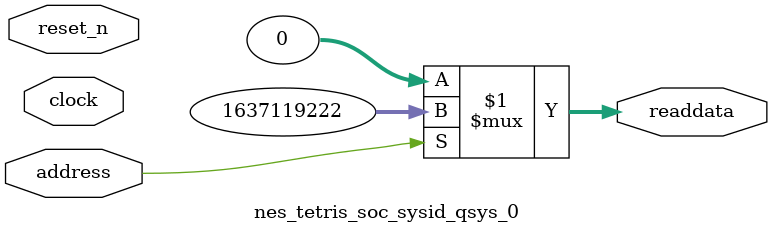
<source format=v>



// synthesis translate_off
`timescale 1ns / 1ps
// synthesis translate_on

// turn off superfluous verilog processor warnings 
// altera message_level Level1 
// altera message_off 10034 10035 10036 10037 10230 10240 10030 

module nes_tetris_soc_sysid_qsys_0 (
               // inputs:
                address,
                clock,
                reset_n,

               // outputs:
                readdata
             )
;

  output  [ 31: 0] readdata;
  input            address;
  input            clock;
  input            reset_n;

  wire    [ 31: 0] readdata;
  //control_slave, which is an e_avalon_slave
  assign readdata = address ? 1637119222 : 0;

endmodule



</source>
